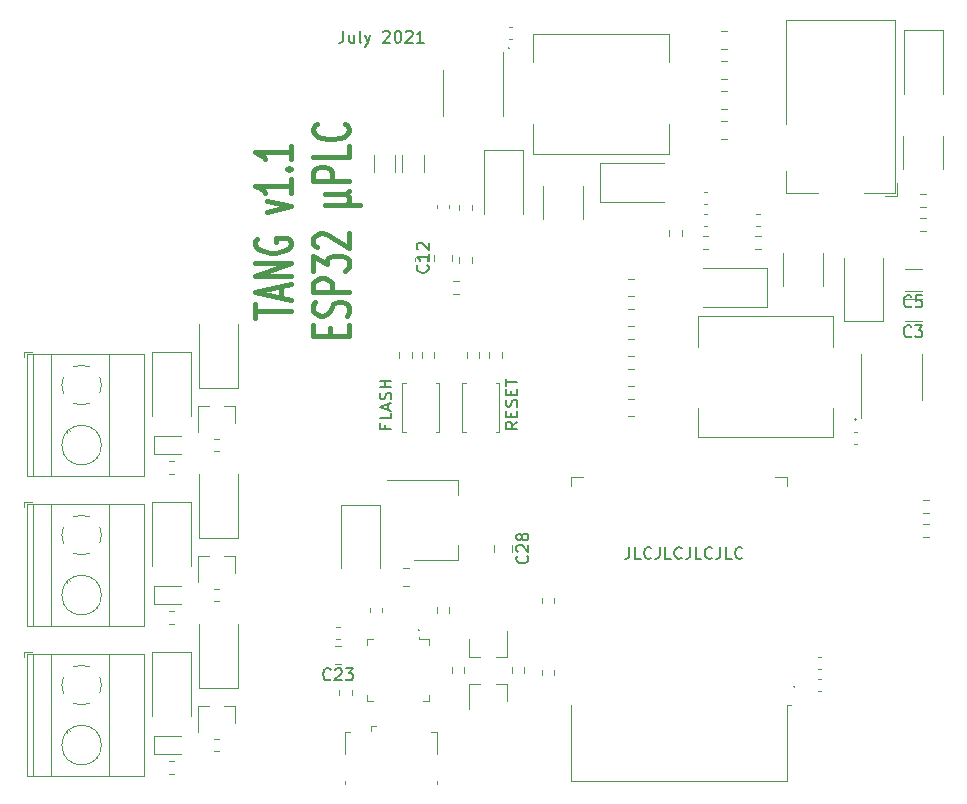
<source format=gbr>
%TF.GenerationSoftware,KiCad,Pcbnew,5.1.10-88a1d61d58~88~ubuntu20.04.1*%
%TF.CreationDate,2021-07-12T21:51:17+02:00*%
%TF.ProjectId,Tang_v1-1,54616e67-5f76-4312-9d31-2e6b69636164,rev?*%
%TF.SameCoordinates,Original*%
%TF.FileFunction,Legend,Top*%
%TF.FilePolarity,Positive*%
%FSLAX46Y46*%
G04 Gerber Fmt 4.6, Leading zero omitted, Abs format (unit mm)*
G04 Created by KiCad (PCBNEW 5.1.10-88a1d61d58~88~ubuntu20.04.1) date 2021-07-12 21:51:17*
%MOMM*%
%LPD*%
G01*
G04 APERTURE LIST*
%ADD10C,0.150000*%
%ADD11C,0.400000*%
%ADD12C,0.120000*%
%ADD13C,0.100000*%
G04 APERTURE END LIST*
D10*
X147761904Y-101452380D02*
X147761904Y-102166666D01*
X147714285Y-102309523D01*
X147619047Y-102404761D01*
X147476190Y-102452380D01*
X147380952Y-102452380D01*
X148666666Y-101785714D02*
X148666666Y-102452380D01*
X148238095Y-101785714D02*
X148238095Y-102309523D01*
X148285714Y-102404761D01*
X148380952Y-102452380D01*
X148523809Y-102452380D01*
X148619047Y-102404761D01*
X148666666Y-102357142D01*
X149285714Y-102452380D02*
X149190476Y-102404761D01*
X149142857Y-102309523D01*
X149142857Y-101452380D01*
X149571428Y-101785714D02*
X149809523Y-102452380D01*
X150047619Y-101785714D02*
X149809523Y-102452380D01*
X149714285Y-102690476D01*
X149666666Y-102738095D01*
X149571428Y-102785714D01*
X151142857Y-101547619D02*
X151190476Y-101500000D01*
X151285714Y-101452380D01*
X151523809Y-101452380D01*
X151619047Y-101500000D01*
X151666666Y-101547619D01*
X151714285Y-101642857D01*
X151714285Y-101738095D01*
X151666666Y-101880952D01*
X151095238Y-102452380D01*
X151714285Y-102452380D01*
X152333333Y-101452380D02*
X152428571Y-101452380D01*
X152523809Y-101500000D01*
X152571428Y-101547619D01*
X152619047Y-101642857D01*
X152666666Y-101833333D01*
X152666666Y-102071428D01*
X152619047Y-102261904D01*
X152571428Y-102357142D01*
X152523809Y-102404761D01*
X152428571Y-102452380D01*
X152333333Y-102452380D01*
X152238095Y-102404761D01*
X152190476Y-102357142D01*
X152142857Y-102261904D01*
X152095238Y-102071428D01*
X152095238Y-101833333D01*
X152142857Y-101642857D01*
X152190476Y-101547619D01*
X152238095Y-101500000D01*
X152333333Y-101452380D01*
X153047619Y-101547619D02*
X153095238Y-101500000D01*
X153190476Y-101452380D01*
X153428571Y-101452380D01*
X153523809Y-101500000D01*
X153571428Y-101547619D01*
X153619047Y-101642857D01*
X153619047Y-101738095D01*
X153571428Y-101880952D01*
X153000000Y-102452380D01*
X153619047Y-102452380D01*
X154571428Y-102452380D02*
X154000000Y-102452380D01*
X154285714Y-102452380D02*
X154285714Y-101452380D01*
X154190476Y-101595238D01*
X154095238Y-101690476D01*
X154000000Y-101738095D01*
D11*
X140306142Y-125744952D02*
X140306142Y-124602095D01*
X143306142Y-125173523D02*
X140306142Y-125173523D01*
X142449000Y-124030666D02*
X142449000Y-123078285D01*
X143306142Y-124221142D02*
X140306142Y-123554476D01*
X143306142Y-122887809D01*
X143306142Y-122221142D02*
X140306142Y-122221142D01*
X143306142Y-121078285D01*
X140306142Y-121078285D01*
X140449000Y-119078285D02*
X140306142Y-119268761D01*
X140306142Y-119554476D01*
X140449000Y-119840190D01*
X140734714Y-120030666D01*
X141020428Y-120125904D01*
X141591857Y-120221142D01*
X142020428Y-120221142D01*
X142591857Y-120125904D01*
X142877571Y-120030666D01*
X143163285Y-119840190D01*
X143306142Y-119554476D01*
X143306142Y-119364000D01*
X143163285Y-119078285D01*
X143020428Y-118983047D01*
X142020428Y-118983047D01*
X142020428Y-119364000D01*
X141306142Y-116792571D02*
X143306142Y-116316380D01*
X141306142Y-115840190D01*
X143306142Y-114030666D02*
X143306142Y-115173523D01*
X143306142Y-114602095D02*
X140306142Y-114602095D01*
X140734714Y-114792571D01*
X141020428Y-114983047D01*
X141163285Y-115173523D01*
X143020428Y-113173523D02*
X143163285Y-113078285D01*
X143306142Y-113173523D01*
X143163285Y-113268761D01*
X143020428Y-113173523D01*
X143306142Y-113173523D01*
X143306142Y-111173523D02*
X143306142Y-112316380D01*
X143306142Y-111744952D02*
X140306142Y-111744952D01*
X140734714Y-111935428D01*
X141020428Y-112125904D01*
X141163285Y-112316380D01*
X146634714Y-127268761D02*
X146634714Y-126602095D01*
X148206142Y-126316380D02*
X148206142Y-127268761D01*
X145206142Y-127268761D01*
X145206142Y-126316380D01*
X148063285Y-125554476D02*
X148206142Y-125268761D01*
X148206142Y-124792571D01*
X148063285Y-124602095D01*
X147920428Y-124506857D01*
X147634714Y-124411619D01*
X147349000Y-124411619D01*
X147063285Y-124506857D01*
X146920428Y-124602095D01*
X146777571Y-124792571D01*
X146634714Y-125173523D01*
X146491857Y-125364000D01*
X146349000Y-125459238D01*
X146063285Y-125554476D01*
X145777571Y-125554476D01*
X145491857Y-125459238D01*
X145349000Y-125364000D01*
X145206142Y-125173523D01*
X145206142Y-124697333D01*
X145349000Y-124411619D01*
X148206142Y-123554476D02*
X145206142Y-123554476D01*
X145206142Y-122792571D01*
X145349000Y-122602095D01*
X145491857Y-122506857D01*
X145777571Y-122411619D01*
X146206142Y-122411619D01*
X146491857Y-122506857D01*
X146634714Y-122602095D01*
X146777571Y-122792571D01*
X146777571Y-123554476D01*
X145206142Y-121744952D02*
X145206142Y-120506857D01*
X146349000Y-121173523D01*
X146349000Y-120887809D01*
X146491857Y-120697333D01*
X146634714Y-120602095D01*
X146920428Y-120506857D01*
X147634714Y-120506857D01*
X147920428Y-120602095D01*
X148063285Y-120697333D01*
X148206142Y-120887809D01*
X148206142Y-121459238D01*
X148063285Y-121649714D01*
X147920428Y-121744952D01*
X145491857Y-119744952D02*
X145349000Y-119649714D01*
X145206142Y-119459238D01*
X145206142Y-118983047D01*
X145349000Y-118792571D01*
X145491857Y-118697333D01*
X145777571Y-118602095D01*
X146063285Y-118602095D01*
X146491857Y-118697333D01*
X148206142Y-119840190D01*
X148206142Y-118602095D01*
X146206142Y-116221142D02*
X149206142Y-116221142D01*
X147777571Y-115268761D02*
X148063285Y-115173523D01*
X148206142Y-114983047D01*
X147777571Y-116221142D02*
X148063285Y-116125904D01*
X148206142Y-115935428D01*
X148206142Y-115554476D01*
X148063285Y-115364000D01*
X147777571Y-115268761D01*
X146206142Y-115268761D01*
X148206142Y-114125904D02*
X145206142Y-114125904D01*
X145206142Y-113364000D01*
X145349000Y-113173523D01*
X145491857Y-113078285D01*
X145777571Y-112983047D01*
X146206142Y-112983047D01*
X146491857Y-113078285D01*
X146634714Y-113173523D01*
X146777571Y-113364000D01*
X146777571Y-114125904D01*
X148206142Y-111173523D02*
X148206142Y-112125904D01*
X145206142Y-112125904D01*
X147920428Y-109364000D02*
X148063285Y-109459238D01*
X148206142Y-109744952D01*
X148206142Y-109935428D01*
X148063285Y-110221142D01*
X147777571Y-110411619D01*
X147491857Y-110506857D01*
X146920428Y-110602095D01*
X146491857Y-110602095D01*
X145920428Y-110506857D01*
X145634714Y-110411619D01*
X145349000Y-110221142D01*
X145206142Y-109935428D01*
X145206142Y-109744952D01*
X145349000Y-109459238D01*
X145491857Y-109364000D01*
D10*
X171980952Y-145152380D02*
X171980952Y-145866666D01*
X171933333Y-146009523D01*
X171838095Y-146104761D01*
X171695238Y-146152380D01*
X171600000Y-146152380D01*
X172933333Y-146152380D02*
X172457142Y-146152380D01*
X172457142Y-145152380D01*
X173838095Y-146057142D02*
X173790476Y-146104761D01*
X173647619Y-146152380D01*
X173552380Y-146152380D01*
X173409523Y-146104761D01*
X173314285Y-146009523D01*
X173266666Y-145914285D01*
X173219047Y-145723809D01*
X173219047Y-145580952D01*
X173266666Y-145390476D01*
X173314285Y-145295238D01*
X173409523Y-145200000D01*
X173552380Y-145152380D01*
X173647619Y-145152380D01*
X173790476Y-145200000D01*
X173838095Y-145247619D01*
X174552380Y-145152380D02*
X174552380Y-145866666D01*
X174504761Y-146009523D01*
X174409523Y-146104761D01*
X174266666Y-146152380D01*
X174171428Y-146152380D01*
X175504761Y-146152380D02*
X175028571Y-146152380D01*
X175028571Y-145152380D01*
X176409523Y-146057142D02*
X176361904Y-146104761D01*
X176219047Y-146152380D01*
X176123809Y-146152380D01*
X175980952Y-146104761D01*
X175885714Y-146009523D01*
X175838095Y-145914285D01*
X175790476Y-145723809D01*
X175790476Y-145580952D01*
X175838095Y-145390476D01*
X175885714Y-145295238D01*
X175980952Y-145200000D01*
X176123809Y-145152380D01*
X176219047Y-145152380D01*
X176361904Y-145200000D01*
X176409523Y-145247619D01*
X177123809Y-145152380D02*
X177123809Y-145866666D01*
X177076190Y-146009523D01*
X176980952Y-146104761D01*
X176838095Y-146152380D01*
X176742857Y-146152380D01*
X178076190Y-146152380D02*
X177600000Y-146152380D01*
X177600000Y-145152380D01*
X178980952Y-146057142D02*
X178933333Y-146104761D01*
X178790476Y-146152380D01*
X178695238Y-146152380D01*
X178552380Y-146104761D01*
X178457142Y-146009523D01*
X178409523Y-145914285D01*
X178361904Y-145723809D01*
X178361904Y-145580952D01*
X178409523Y-145390476D01*
X178457142Y-145295238D01*
X178552380Y-145200000D01*
X178695238Y-145152380D01*
X178790476Y-145152380D01*
X178933333Y-145200000D01*
X178980952Y-145247619D01*
X179695238Y-145152380D02*
X179695238Y-145866666D01*
X179647619Y-146009523D01*
X179552380Y-146104761D01*
X179409523Y-146152380D01*
X179314285Y-146152380D01*
X180647619Y-146152380D02*
X180171428Y-146152380D01*
X180171428Y-145152380D01*
X181552380Y-146057142D02*
X181504761Y-146104761D01*
X181361904Y-146152380D01*
X181266666Y-146152380D01*
X181123809Y-146104761D01*
X181028571Y-146009523D01*
X180980952Y-145914285D01*
X180933333Y-145723809D01*
X180933333Y-145580952D01*
X180980952Y-145390476D01*
X181028571Y-145295238D01*
X181123809Y-145200000D01*
X181266666Y-145152380D01*
X181361904Y-145152380D01*
X181504761Y-145200000D01*
X181552380Y-145247619D01*
D12*
X163800000Y-111900000D02*
X163800000Y-109300000D01*
X175300000Y-111900000D02*
X163800000Y-111900000D01*
X175300000Y-109300000D02*
X175300000Y-111900000D01*
X175300000Y-101700000D02*
X175300000Y-104100000D01*
X163800000Y-101700000D02*
X175300000Y-101700000D01*
X163800000Y-104100000D02*
X163800000Y-101700000D01*
X189200000Y-135800000D02*
X189200000Y-133400000D01*
X177800000Y-135800000D02*
X189200000Y-135800000D01*
X177800000Y-133400000D02*
X177800000Y-135800000D01*
X189200000Y-125600000D02*
X189200000Y-128200000D01*
X177800000Y-125600000D02*
X189200000Y-125600000D01*
X177800000Y-128200000D02*
X177800000Y-125600000D01*
D10*
X151312571Y-134786476D02*
X151312571Y-135119809D01*
X151836380Y-135119809D02*
X150836380Y-135119809D01*
X150836380Y-134643619D01*
X151836380Y-133786476D02*
X151836380Y-134262666D01*
X150836380Y-134262666D01*
X151550666Y-133500761D02*
X151550666Y-133024571D01*
X151836380Y-133596000D02*
X150836380Y-133262666D01*
X151836380Y-132929333D01*
X151788761Y-132643619D02*
X151836380Y-132500761D01*
X151836380Y-132262666D01*
X151788761Y-132167428D01*
X151741142Y-132119809D01*
X151645904Y-132072190D01*
X151550666Y-132072190D01*
X151455428Y-132119809D01*
X151407809Y-132167428D01*
X151360190Y-132262666D01*
X151312571Y-132453142D01*
X151264952Y-132548380D01*
X151217333Y-132596000D01*
X151122095Y-132643619D01*
X151026857Y-132643619D01*
X150931619Y-132596000D01*
X150884000Y-132548380D01*
X150836380Y-132453142D01*
X150836380Y-132215047D01*
X150884000Y-132072190D01*
X151836380Y-131643619D02*
X150836380Y-131643619D01*
X151312571Y-131643619D02*
X151312571Y-131072190D01*
X151836380Y-131072190D02*
X150836380Y-131072190D01*
X162504380Y-134548380D02*
X162028190Y-134881714D01*
X162504380Y-135119809D02*
X161504380Y-135119809D01*
X161504380Y-134738857D01*
X161552000Y-134643619D01*
X161599619Y-134596000D01*
X161694857Y-134548380D01*
X161837714Y-134548380D01*
X161932952Y-134596000D01*
X161980571Y-134643619D01*
X162028190Y-134738857D01*
X162028190Y-135119809D01*
X161980571Y-134119809D02*
X161980571Y-133786476D01*
X162504380Y-133643619D02*
X162504380Y-134119809D01*
X161504380Y-134119809D01*
X161504380Y-133643619D01*
X162456761Y-133262666D02*
X162504380Y-133119809D01*
X162504380Y-132881714D01*
X162456761Y-132786476D01*
X162409142Y-132738857D01*
X162313904Y-132691238D01*
X162218666Y-132691238D01*
X162123428Y-132738857D01*
X162075809Y-132786476D01*
X162028190Y-132881714D01*
X161980571Y-133072190D01*
X161932952Y-133167428D01*
X161885333Y-133215047D01*
X161790095Y-133262666D01*
X161694857Y-133262666D01*
X161599619Y-133215047D01*
X161552000Y-133167428D01*
X161504380Y-133072190D01*
X161504380Y-132834095D01*
X161552000Y-132691238D01*
X161980571Y-132262666D02*
X161980571Y-131929333D01*
X162504380Y-131786476D02*
X162504380Y-132262666D01*
X161504380Y-132262666D01*
X161504380Y-131786476D01*
X161504380Y-131500761D02*
X161504380Y-130929333D01*
X162504380Y-131215047D02*
X161504380Y-131215047D01*
D12*
X161837357Y-102927698D02*
G75*
G03*
X161837357Y-102927698I-68338J0D01*
G01*
X191180856Y-134364861D02*
G75*
G03*
X191180856Y-134364861I-68338J0D01*
G01*
X154222228Y-152203643D02*
G75*
G03*
X154222228Y-152203643I-68338J0D01*
G01*
X185996338Y-156972000D02*
G75*
G03*
X185996338Y-156972000I-68338J0D01*
G01*
%TO.C,C6*%
X162065580Y-101090000D02*
X161784420Y-101090000D01*
X162065580Y-102110000D02*
X161784420Y-102110000D01*
%TO.C,C7*%
X190994420Y-136400000D02*
X191275580Y-136400000D01*
X190994420Y-135380000D02*
X191275580Y-135380000D01*
%TO.C,C8*%
X155700000Y-116485580D02*
X155700000Y-116204420D01*
X156720000Y-116485580D02*
X156720000Y-116204420D01*
%TO.C,C9*%
X182739420Y-117985000D02*
X183020580Y-117985000D01*
X182739420Y-116965000D02*
X183020580Y-116965000D01*
%TO.C,C10*%
X180281252Y-101500000D02*
X179758748Y-101500000D01*
X180281252Y-102970000D02*
X179758748Y-102970000D01*
%TO.C,C11*%
X171823748Y-123925000D02*
X172346252Y-123925000D01*
X171823748Y-122455000D02*
X172346252Y-122455000D01*
%TO.C,C13*%
X178294420Y-116965000D02*
X178575580Y-116965000D01*
X178294420Y-117985000D02*
X178575580Y-117985000D01*
%TO.C,C14*%
X180286252Y-105510000D02*
X179763748Y-105510000D01*
X180286252Y-104040000D02*
X179763748Y-104040000D01*
%TO.C,C15*%
X171823748Y-132615000D02*
X172346252Y-132615000D01*
X171823748Y-134085000D02*
X172346252Y-134085000D01*
%TO.C,C16*%
X154815000Y-120930580D02*
X154815000Y-120649420D01*
X153795000Y-120930580D02*
X153795000Y-120649420D01*
%TO.C,C17*%
X178294420Y-116080000D02*
X178575580Y-116080000D01*
X178294420Y-115060000D02*
X178575580Y-115060000D01*
%TO.C,C18*%
X180281252Y-106580000D02*
X179758748Y-106580000D01*
X180281252Y-108050000D02*
X179758748Y-108050000D01*
%TO.C,C19*%
X171823748Y-129005000D02*
X172346252Y-129005000D01*
X171823748Y-127535000D02*
X172346252Y-127535000D01*
%TO.C,C20*%
X180281252Y-110590000D02*
X179758748Y-110590000D01*
X180281252Y-109120000D02*
X179758748Y-109120000D01*
%TO.C,C21*%
X171823748Y-124995000D02*
X172346252Y-124995000D01*
X171823748Y-126465000D02*
X172346252Y-126465000D01*
%TO.C,C22*%
X171823748Y-130075000D02*
X172346252Y-130075000D01*
X171823748Y-131545000D02*
X172346252Y-131545000D01*
%TO.C,C24*%
X187959420Y-155450000D02*
X188240580Y-155450000D01*
X187959420Y-154430000D02*
X188240580Y-154430000D01*
%TO.C,C25*%
X147460580Y-151890000D02*
X147179420Y-151890000D01*
X147460580Y-152910000D02*
X147179420Y-152910000D01*
%TO.C,C27*%
X151005000Y-150354420D02*
X151005000Y-150635580D01*
X149985000Y-150354420D02*
X149985000Y-150635580D01*
%TO.C,D1*%
X198500000Y-101375000D02*
X195200000Y-101375000D01*
X195200000Y-101375000D02*
X195200000Y-106775000D01*
X198500000Y-101375000D02*
X198500000Y-106775000D01*
%TO.C,D2*%
X162940000Y-111535000D02*
X159640000Y-111535000D01*
X159640000Y-111535000D02*
X159640000Y-116935000D01*
X162940000Y-111535000D02*
X162940000Y-116935000D01*
%TO.C,D3*%
X190120000Y-126050000D02*
X190120000Y-120650000D01*
X193420000Y-126050000D02*
X193420000Y-120650000D01*
X190120000Y-126050000D02*
X193420000Y-126050000D01*
%TO.C,D4*%
X169479000Y-112650000D02*
X174879000Y-112650000D01*
X169479000Y-115950000D02*
X174879000Y-115950000D01*
X169479000Y-112650000D02*
X169479000Y-115950000D01*
%TO.C,D5*%
X183645000Y-124840000D02*
X183645000Y-121540000D01*
X183645000Y-121540000D02*
X178245000Y-121540000D01*
X183645000Y-124840000D02*
X178245000Y-124840000D01*
%TO.C,D6*%
X150875000Y-141570000D02*
X147575000Y-141570000D01*
X147575000Y-141570000D02*
X147575000Y-146970000D01*
X150875000Y-141570000D02*
X150875000Y-146970000D01*
%TO.C,D7*%
X135510000Y-144370000D02*
X135510000Y-138970000D01*
X138810000Y-144370000D02*
X138810000Y-138970000D01*
X135510000Y-144370000D02*
X138810000Y-144370000D01*
%TO.C,D8*%
X135510000Y-157070000D02*
X135510000Y-151670000D01*
X138810000Y-157070000D02*
X138810000Y-151670000D01*
X135510000Y-157070000D02*
X138810000Y-157070000D01*
%TO.C,D9*%
X135510000Y-131670000D02*
X138810000Y-131670000D01*
X138810000Y-131670000D02*
X138810000Y-126270000D01*
X135510000Y-131670000D02*
X135510000Y-126270000D01*
%TO.C,D10*%
X134023000Y-148490000D02*
X131738000Y-148490000D01*
X131738000Y-148490000D02*
X131738000Y-149960000D01*
X131738000Y-149960000D02*
X134023000Y-149960000D01*
%TO.C,D11*%
X131738000Y-162660000D02*
X134023000Y-162660000D01*
X131738000Y-161190000D02*
X131738000Y-162660000D01*
X134023000Y-161190000D02*
X131738000Y-161190000D01*
%TO.C,D12*%
X134023000Y-135790000D02*
X131738000Y-135790000D01*
X131738000Y-135790000D02*
X131738000Y-137260000D01*
X131738000Y-137260000D02*
X134023000Y-137260000D01*
%TO.C,D13*%
X134873000Y-141380000D02*
X131573000Y-141380000D01*
X131573000Y-141380000D02*
X131573000Y-146780000D01*
X134873000Y-141380000D02*
X134873000Y-146780000D01*
%TO.C,D14*%
X134873000Y-154080000D02*
X134873000Y-159480000D01*
X131573000Y-154080000D02*
X131573000Y-159480000D01*
X134873000Y-154080000D02*
X131573000Y-154080000D01*
%TO.C,D15*%
X134873000Y-128680000D02*
X134873000Y-134080000D01*
X131573000Y-128680000D02*
X131573000Y-134080000D01*
X134873000Y-128680000D02*
X131573000Y-128680000D01*
%TO.C,F1*%
X198560000Y-110373748D02*
X198560000Y-113146252D01*
X195140000Y-110373748D02*
X195140000Y-113146252D01*
%TO.C,F2*%
X164660000Y-117358752D02*
X164660000Y-114586248D01*
X168080000Y-117358752D02*
X168080000Y-114586248D01*
%TO.C,F3*%
X184980000Y-120301248D02*
X184980000Y-123073752D01*
X188400000Y-120301248D02*
X188400000Y-123073752D01*
%TO.C,J1*%
X193615000Y-115400000D02*
X194665000Y-115400000D01*
X194665000Y-114350000D02*
X194665000Y-115400000D01*
X185265000Y-109300000D02*
X185265000Y-100500000D01*
X185265000Y-100500000D02*
X194465000Y-100500000D01*
X187965000Y-115200000D02*
X185265000Y-115200000D01*
X185265000Y-115200000D02*
X185265000Y-113300000D01*
X194465000Y-100500000D02*
X194465000Y-115200000D01*
X194465000Y-115200000D02*
X191865000Y-115200000D01*
%TO.C,J2*%
X147865000Y-160830000D02*
X148315000Y-160830000D01*
X147865000Y-162680000D02*
X147865000Y-160830000D01*
X155665000Y-165230000D02*
X155665000Y-164980000D01*
X147865000Y-165230000D02*
X147865000Y-164980000D01*
X155665000Y-162680000D02*
X155665000Y-160830000D01*
X155665000Y-160830000D02*
X155215000Y-160830000D01*
X150065000Y-160280000D02*
X150515000Y-160280000D01*
X150065000Y-160280000D02*
X150065000Y-160730000D01*
%TO.C,J6*%
X127283000Y-149225000D02*
G75*
G03*
X127283000Y-149225000I-1680000J0D01*
G01*
X121503000Y-141545000D02*
X121503000Y-151825000D01*
X123003000Y-141545000D02*
X123003000Y-151825000D01*
X127904000Y-141545000D02*
X127904000Y-151825000D01*
X130864000Y-141545000D02*
X130864000Y-151825000D01*
X120943000Y-141545000D02*
X120943000Y-151825000D01*
X130864000Y-141545000D02*
X120943000Y-141545000D01*
X130864000Y-151825000D02*
X120943000Y-151825000D01*
X126672000Y-150500000D02*
X126626000Y-150453000D01*
X124364000Y-148191000D02*
X124329000Y-148156000D01*
X126878000Y-150295000D02*
X126842000Y-150260000D01*
X124580000Y-147998000D02*
X124534000Y-147951000D01*
X121443000Y-141305000D02*
X120703000Y-141305000D01*
X120703000Y-141305000D02*
X120703000Y-141805000D01*
X124068244Y-144828318D02*
G75*
G02*
X123923000Y-144145000I1534756J683318D01*
G01*
X126286042Y-145680426D02*
G75*
G02*
X124919000Y-145680000I-683042J1535426D01*
G01*
X127138426Y-143461958D02*
G75*
G02*
X127138000Y-144829000I-1535426J-683042D01*
G01*
X124919958Y-142609574D02*
G75*
G02*
X126287000Y-142610000I683042J-1535426D01*
G01*
X123922747Y-144173805D02*
G75*
G02*
X124068000Y-143461000I1680253J28805D01*
G01*
%TO.C,J10*%
X120703000Y-154005000D02*
X120703000Y-154505000D01*
X121443000Y-154005000D02*
X120703000Y-154005000D01*
X124580000Y-160698000D02*
X124534000Y-160651000D01*
X126878000Y-162995000D02*
X126842000Y-162960000D01*
X124364000Y-160891000D02*
X124329000Y-160856000D01*
X126672000Y-163200000D02*
X126626000Y-163153000D01*
X130864000Y-164525000D02*
X120943000Y-164525000D01*
X130864000Y-154245000D02*
X120943000Y-154245000D01*
X120943000Y-154245000D02*
X120943000Y-164525000D01*
X130864000Y-154245000D02*
X130864000Y-164525000D01*
X127904000Y-154245000D02*
X127904000Y-164525000D01*
X123003000Y-154245000D02*
X123003000Y-164525000D01*
X121503000Y-154245000D02*
X121503000Y-164525000D01*
X127283000Y-161925000D02*
G75*
G03*
X127283000Y-161925000I-1680000J0D01*
G01*
X123922747Y-156873805D02*
G75*
G02*
X124068000Y-156161000I1680253J28805D01*
G01*
X124919958Y-155309574D02*
G75*
G02*
X126287000Y-155310000I683042J-1535426D01*
G01*
X127138426Y-156161958D02*
G75*
G02*
X127138000Y-157529000I-1535426J-683042D01*
G01*
X126286042Y-158380426D02*
G75*
G02*
X124919000Y-158380000I-683042J1535426D01*
G01*
X124068244Y-157528318D02*
G75*
G02*
X123923000Y-156845000I1534756J683318D01*
G01*
%TO.C,J11*%
X127283000Y-136525000D02*
G75*
G03*
X127283000Y-136525000I-1680000J0D01*
G01*
X121503000Y-128845000D02*
X121503000Y-139125000D01*
X123003000Y-128845000D02*
X123003000Y-139125000D01*
X127904000Y-128845000D02*
X127904000Y-139125000D01*
X130864000Y-128845000D02*
X130864000Y-139125000D01*
X120943000Y-128845000D02*
X120943000Y-139125000D01*
X130864000Y-128845000D02*
X120943000Y-128845000D01*
X130864000Y-139125000D02*
X120943000Y-139125000D01*
X126672000Y-137800000D02*
X126626000Y-137753000D01*
X124364000Y-135491000D02*
X124329000Y-135456000D01*
X126878000Y-137595000D02*
X126842000Y-137560000D01*
X124580000Y-135298000D02*
X124534000Y-135251000D01*
X121443000Y-128605000D02*
X120703000Y-128605000D01*
X120703000Y-128605000D02*
X120703000Y-129105000D01*
X124068244Y-132128318D02*
G75*
G02*
X123923000Y-131445000I1534756J683318D01*
G01*
X126286042Y-132980426D02*
G75*
G02*
X124919000Y-132980000I-683042J1535426D01*
G01*
X127138426Y-130761958D02*
G75*
G02*
X127138000Y-132129000I-1535426J-683042D01*
G01*
X124919958Y-129909574D02*
G75*
G02*
X126287000Y-129910000I683042J-1535426D01*
G01*
X123922747Y-131473805D02*
G75*
G02*
X124068000Y-130761000I1680253J28805D01*
G01*
%TO.C,Q3*%
X138613000Y-145925000D02*
X137683000Y-145925000D01*
X135453000Y-145925000D02*
X136383000Y-145925000D01*
X135453000Y-145925000D02*
X135453000Y-148085000D01*
X138613000Y-145925000D02*
X138613000Y-147385000D01*
%TO.C,Q4*%
X138613000Y-158625000D02*
X138613000Y-160085000D01*
X135453000Y-158625000D02*
X135453000Y-160785000D01*
X135453000Y-158625000D02*
X136383000Y-158625000D01*
X138613000Y-158625000D02*
X137683000Y-158625000D01*
%TO.C,Q5*%
X138613000Y-133225000D02*
X137683000Y-133225000D01*
X135453000Y-133225000D02*
X136383000Y-133225000D01*
X135453000Y-133225000D02*
X135453000Y-135385000D01*
X138613000Y-133225000D02*
X138613000Y-134685000D01*
%TO.C,R1*%
X157592500Y-116157742D02*
X157592500Y-116632258D01*
X158637500Y-116157742D02*
X158637500Y-116632258D01*
%TO.C,R2*%
X158637500Y-120602742D02*
X158637500Y-121077258D01*
X157592500Y-120602742D02*
X157592500Y-121077258D01*
%TO.C,R3*%
X183117258Y-118857500D02*
X182642742Y-118857500D01*
X183117258Y-119902500D02*
X182642742Y-119902500D01*
%TO.C,R4*%
X178672258Y-119902500D02*
X178197742Y-119902500D01*
X178672258Y-118857500D02*
X178197742Y-118857500D01*
%TO.C,R5*%
X175372500Y-118317742D02*
X175372500Y-118792258D01*
X176417500Y-118317742D02*
X176417500Y-118792258D01*
%TO.C,R6*%
X152512500Y-129142258D02*
X152512500Y-128667742D01*
X153557500Y-129142258D02*
X153557500Y-128667742D01*
%TO.C,R7*%
X158227500Y-129142258D02*
X158227500Y-128667742D01*
X159272500Y-129142258D02*
X159272500Y-128667742D01*
%TO.C,R8*%
X162037500Y-155812258D02*
X162037500Y-155337742D01*
X163082500Y-155812258D02*
X163082500Y-155337742D01*
%TO.C,R9*%
X156957500Y-155337742D02*
X156957500Y-155812258D01*
X158002500Y-155337742D02*
X158002500Y-155812258D01*
%TO.C,R10*%
X154417500Y-128667742D02*
X154417500Y-129142258D01*
X155462500Y-128667742D02*
X155462500Y-129142258D01*
%TO.C,R11*%
X160132500Y-128667742D02*
X160132500Y-129142258D01*
X161177500Y-128667742D02*
X161177500Y-129142258D01*
%TO.C,R12*%
X148477500Y-157242742D02*
X148477500Y-157717258D01*
X147432500Y-157242742D02*
X147432500Y-157717258D01*
%TO.C,R13*%
X156732500Y-150732258D02*
X156732500Y-150257742D01*
X155687500Y-150732258D02*
X155687500Y-150257742D01*
%TO.C,R14*%
X196612742Y-115301500D02*
X197087258Y-115301500D01*
X196612742Y-116346500D02*
X197087258Y-116346500D01*
%TO.C,R15*%
X196612742Y-118378500D02*
X197087258Y-118378500D01*
X196612742Y-117333500D02*
X197087258Y-117333500D01*
%TO.C,R16*%
X196866742Y-141209500D02*
X197341258Y-141209500D01*
X196866742Y-142254500D02*
X197341258Y-142254500D01*
%TO.C,R17*%
X196866742Y-144286500D02*
X197341258Y-144286500D01*
X196866742Y-143241500D02*
X197341258Y-143241500D01*
%TO.C,R18*%
X165622500Y-149907258D02*
X165622500Y-149432742D01*
X164577500Y-149907258D02*
X164577500Y-149432742D01*
%TO.C,R19*%
X164577500Y-155527742D02*
X164577500Y-156002258D01*
X165622500Y-155527742D02*
X165622500Y-156002258D01*
%TO.C,R20*%
X136795742Y-148702500D02*
X137270258Y-148702500D01*
X136795742Y-149747500D02*
X137270258Y-149747500D01*
%TO.C,R21*%
X136795742Y-162447500D02*
X137270258Y-162447500D01*
X136795742Y-161402500D02*
X137270258Y-161402500D01*
%TO.C,R22*%
X136795742Y-136002500D02*
X137270258Y-136002500D01*
X136795742Y-137047500D02*
X137270258Y-137047500D01*
%TO.C,R23*%
X132985742Y-150607500D02*
X133460258Y-150607500D01*
X132985742Y-151652500D02*
X133460258Y-151652500D01*
%TO.C,R24*%
X132985742Y-164352500D02*
X133460258Y-164352500D01*
X132985742Y-163307500D02*
X133460258Y-163307500D01*
%TO.C,R25*%
X132985742Y-137907500D02*
X133460258Y-137907500D01*
X132985742Y-138952500D02*
X133460258Y-138952500D01*
%TO.C,R26*%
X157052742Y-122667500D02*
X157527258Y-122667500D01*
X157052742Y-123712500D02*
X157527258Y-123712500D01*
%TO.C,SW1*%
X152735000Y-131280000D02*
X153035000Y-131280000D01*
X155875000Y-135420000D02*
X155575000Y-135420000D01*
X153035000Y-135420000D02*
X152735000Y-135420000D01*
X155875000Y-131280000D02*
X155875000Y-135420000D01*
X155575000Y-131280000D02*
X155875000Y-131280000D01*
X152735000Y-135420000D02*
X152735000Y-131280000D01*
%TO.C,SW2*%
X157815000Y-135420000D02*
X157815000Y-131280000D01*
X160655000Y-131280000D02*
X160955000Y-131280000D01*
X160955000Y-131280000D02*
X160955000Y-135420000D01*
X158115000Y-135420000D02*
X157815000Y-135420000D01*
X160955000Y-135420000D02*
X160655000Y-135420000D01*
X157815000Y-131280000D02*
X158115000Y-131280000D01*
%TO.C,U1*%
X156190000Y-106680000D02*
X156190000Y-108630000D01*
X156190000Y-106680000D02*
X156190000Y-104730000D01*
X161310000Y-106680000D02*
X161310000Y-108630000D01*
X161310000Y-106680000D02*
X161310000Y-103230000D01*
%TO.C,U2*%
X191610000Y-130775000D02*
X191610000Y-134225000D01*
X191610000Y-130775000D02*
X191610000Y-128825000D01*
X196730000Y-130775000D02*
X196730000Y-132725000D01*
X196730000Y-130775000D02*
X196730000Y-128825000D01*
%TO.C,U3*%
X185285000Y-158550000D02*
X185665000Y-158550000D01*
X185285000Y-164970000D02*
X185285000Y-158550000D01*
X167045000Y-164970000D02*
X167045000Y-158550000D01*
X185285000Y-164970000D02*
X167045000Y-164970000D01*
X167045000Y-139225000D02*
X168045000Y-139225000D01*
X167045000Y-140005000D02*
X167045000Y-139225000D01*
X185285000Y-139225000D02*
X184285000Y-139225000D01*
X185285000Y-140005000D02*
X185285000Y-139225000D01*
%TO.C,U4*%
X157485000Y-146285000D02*
X157485000Y-145025000D01*
X157485000Y-139465000D02*
X157485000Y-140725000D01*
X153725000Y-146285000D02*
X157485000Y-146285000D01*
X151475000Y-139465000D02*
X157485000Y-139465000D01*
D13*
%TO.C,U5*%
X149800000Y-152975000D02*
X150300000Y-152975000D01*
X149800000Y-152975000D02*
X149800000Y-153475000D01*
X149800000Y-158175000D02*
X149800000Y-157675000D01*
X149800000Y-158175000D02*
X150300000Y-158175000D01*
X155000000Y-158175000D02*
X154500000Y-158175000D01*
X155000000Y-158175000D02*
X155000000Y-157675000D01*
X155000000Y-152975000D02*
X154200000Y-152975000D01*
X154200000Y-152975000D02*
X154200000Y-152775000D01*
X155000000Y-152975000D02*
X155000000Y-153475000D01*
D12*
%TO.C,Q1*%
X161600000Y-156720000D02*
X161600000Y-158180000D01*
X158440000Y-156720000D02*
X158440000Y-158880000D01*
X158440000Y-156720000D02*
X159370000Y-156720000D01*
X161600000Y-156720000D02*
X160670000Y-156720000D01*
%TO.C,Q2*%
X158440000Y-154430000D02*
X159370000Y-154430000D01*
X161600000Y-154430000D02*
X160670000Y-154430000D01*
X161600000Y-154430000D02*
X161600000Y-152270000D01*
X158440000Y-154430000D02*
X158440000Y-152970000D01*
%TO.C,C1*%
X187959420Y-157355000D02*
X188240580Y-157355000D01*
X187959420Y-156335000D02*
X188240580Y-156335000D01*
%TO.C,C2*%
X154580000Y-113360252D02*
X154580000Y-111937748D01*
X152760000Y-113360252D02*
X152760000Y-111937748D01*
%TO.C,C3*%
X196721252Y-126005000D02*
X195298748Y-126005000D01*
X196721252Y-124185000D02*
X195298748Y-124185000D01*
%TO.C,C4*%
X150347000Y-113360252D02*
X150347000Y-111937748D01*
X152167000Y-113360252D02*
X152167000Y-111937748D01*
%TO.C,C5*%
X196721252Y-121645000D02*
X195298748Y-121645000D01*
X196721252Y-123465000D02*
X195298748Y-123465000D01*
%TO.C,C23*%
X147581252Y-153570000D02*
X147058748Y-153570000D01*
X147581252Y-155040000D02*
X147058748Y-155040000D01*
%TO.C,C26*%
X152773748Y-148436000D02*
X153296252Y-148436000D01*
X152773748Y-146966000D02*
X153296252Y-146966000D01*
%TO.C,C28*%
X162025000Y-145013748D02*
X162025000Y-145536252D01*
X160555000Y-145013748D02*
X160555000Y-145536252D01*
%TO.C,C12*%
X156945000Y-120911252D02*
X156945000Y-120388748D01*
X155475000Y-120911252D02*
X155475000Y-120388748D01*
%TO.C,C3*%
D10*
X195843333Y-127302142D02*
X195795714Y-127349761D01*
X195652857Y-127397380D01*
X195557619Y-127397380D01*
X195414761Y-127349761D01*
X195319523Y-127254523D01*
X195271904Y-127159285D01*
X195224285Y-126968809D01*
X195224285Y-126825952D01*
X195271904Y-126635476D01*
X195319523Y-126540238D01*
X195414761Y-126445000D01*
X195557619Y-126397380D01*
X195652857Y-126397380D01*
X195795714Y-126445000D01*
X195843333Y-126492619D01*
X196176666Y-126397380D02*
X196795714Y-126397380D01*
X196462380Y-126778333D01*
X196605238Y-126778333D01*
X196700476Y-126825952D01*
X196748095Y-126873571D01*
X196795714Y-126968809D01*
X196795714Y-127206904D01*
X196748095Y-127302142D01*
X196700476Y-127349761D01*
X196605238Y-127397380D01*
X196319523Y-127397380D01*
X196224285Y-127349761D01*
X196176666Y-127302142D01*
%TO.C,C5*%
X195843333Y-124762142D02*
X195795714Y-124809761D01*
X195652857Y-124857380D01*
X195557619Y-124857380D01*
X195414761Y-124809761D01*
X195319523Y-124714523D01*
X195271904Y-124619285D01*
X195224285Y-124428809D01*
X195224285Y-124285952D01*
X195271904Y-124095476D01*
X195319523Y-124000238D01*
X195414761Y-123905000D01*
X195557619Y-123857380D01*
X195652857Y-123857380D01*
X195795714Y-123905000D01*
X195843333Y-123952619D01*
X196748095Y-123857380D02*
X196271904Y-123857380D01*
X196224285Y-124333571D01*
X196271904Y-124285952D01*
X196367142Y-124238333D01*
X196605238Y-124238333D01*
X196700476Y-124285952D01*
X196748095Y-124333571D01*
X196795714Y-124428809D01*
X196795714Y-124666904D01*
X196748095Y-124762142D01*
X196700476Y-124809761D01*
X196605238Y-124857380D01*
X196367142Y-124857380D01*
X196271904Y-124809761D01*
X196224285Y-124762142D01*
%TO.C,C23*%
X146677142Y-156342142D02*
X146629523Y-156389761D01*
X146486666Y-156437380D01*
X146391428Y-156437380D01*
X146248571Y-156389761D01*
X146153333Y-156294523D01*
X146105714Y-156199285D01*
X146058095Y-156008809D01*
X146058095Y-155865952D01*
X146105714Y-155675476D01*
X146153333Y-155580238D01*
X146248571Y-155485000D01*
X146391428Y-155437380D01*
X146486666Y-155437380D01*
X146629523Y-155485000D01*
X146677142Y-155532619D01*
X147058095Y-155532619D02*
X147105714Y-155485000D01*
X147200952Y-155437380D01*
X147439047Y-155437380D01*
X147534285Y-155485000D01*
X147581904Y-155532619D01*
X147629523Y-155627857D01*
X147629523Y-155723095D01*
X147581904Y-155865952D01*
X147010476Y-156437380D01*
X147629523Y-156437380D01*
X147962857Y-155437380D02*
X148581904Y-155437380D01*
X148248571Y-155818333D01*
X148391428Y-155818333D01*
X148486666Y-155865952D01*
X148534285Y-155913571D01*
X148581904Y-156008809D01*
X148581904Y-156246904D01*
X148534285Y-156342142D01*
X148486666Y-156389761D01*
X148391428Y-156437380D01*
X148105714Y-156437380D01*
X148010476Y-156389761D01*
X147962857Y-156342142D01*
%TO.C,C28*%
X163327142Y-145917857D02*
X163374761Y-145965476D01*
X163422380Y-146108333D01*
X163422380Y-146203571D01*
X163374761Y-146346428D01*
X163279523Y-146441666D01*
X163184285Y-146489285D01*
X162993809Y-146536904D01*
X162850952Y-146536904D01*
X162660476Y-146489285D01*
X162565238Y-146441666D01*
X162470000Y-146346428D01*
X162422380Y-146203571D01*
X162422380Y-146108333D01*
X162470000Y-145965476D01*
X162517619Y-145917857D01*
X162517619Y-145536904D02*
X162470000Y-145489285D01*
X162422380Y-145394047D01*
X162422380Y-145155952D01*
X162470000Y-145060714D01*
X162517619Y-145013095D01*
X162612857Y-144965476D01*
X162708095Y-144965476D01*
X162850952Y-145013095D01*
X163422380Y-145584523D01*
X163422380Y-144965476D01*
X162850952Y-144394047D02*
X162803333Y-144489285D01*
X162755714Y-144536904D01*
X162660476Y-144584523D01*
X162612857Y-144584523D01*
X162517619Y-144536904D01*
X162470000Y-144489285D01*
X162422380Y-144394047D01*
X162422380Y-144203571D01*
X162470000Y-144108333D01*
X162517619Y-144060714D01*
X162612857Y-144013095D01*
X162660476Y-144013095D01*
X162755714Y-144060714D01*
X162803333Y-144108333D01*
X162850952Y-144203571D01*
X162850952Y-144394047D01*
X162898571Y-144489285D01*
X162946190Y-144536904D01*
X163041428Y-144584523D01*
X163231904Y-144584523D01*
X163327142Y-144536904D01*
X163374761Y-144489285D01*
X163422380Y-144394047D01*
X163422380Y-144203571D01*
X163374761Y-144108333D01*
X163327142Y-144060714D01*
X163231904Y-144013095D01*
X163041428Y-144013095D01*
X162946190Y-144060714D01*
X162898571Y-144108333D01*
X162850952Y-144203571D01*
%TO.C,C12*%
X154887142Y-121292857D02*
X154934761Y-121340476D01*
X154982380Y-121483333D01*
X154982380Y-121578571D01*
X154934761Y-121721428D01*
X154839523Y-121816666D01*
X154744285Y-121864285D01*
X154553809Y-121911904D01*
X154410952Y-121911904D01*
X154220476Y-121864285D01*
X154125238Y-121816666D01*
X154030000Y-121721428D01*
X153982380Y-121578571D01*
X153982380Y-121483333D01*
X154030000Y-121340476D01*
X154077619Y-121292857D01*
X154982380Y-120340476D02*
X154982380Y-120911904D01*
X154982380Y-120626190D02*
X153982380Y-120626190D01*
X154125238Y-120721428D01*
X154220476Y-120816666D01*
X154268095Y-120911904D01*
X154077619Y-119959523D02*
X154030000Y-119911904D01*
X153982380Y-119816666D01*
X153982380Y-119578571D01*
X154030000Y-119483333D01*
X154077619Y-119435714D01*
X154172857Y-119388095D01*
X154268095Y-119388095D01*
X154410952Y-119435714D01*
X154982380Y-120007142D01*
X154982380Y-119388095D01*
%TD*%
M02*

</source>
